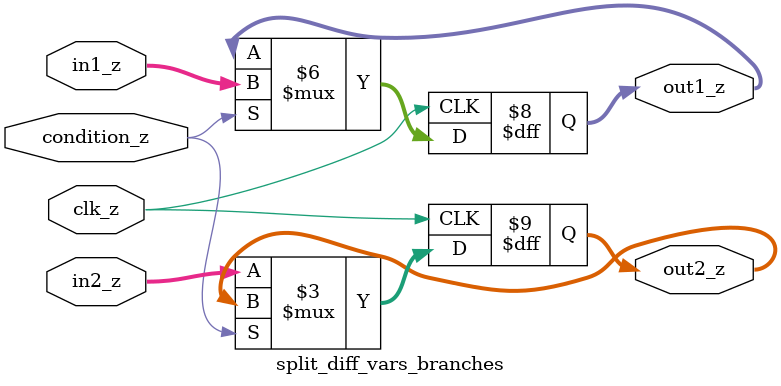
<source format=sv>
module split_diff_vars_branches (
    output logic [7:0] out1_z,
    output logic [7:0] out2_z,
    input logic clk_z,
    input logic condition_z,
    input logic [7:0] in1_z,
    input logic [7:0] in2_z
);
    always @(posedge clk_z) begin
        if (condition_z) begin
            out1_z <= in1_z;
        end else begin
            out2_z <= in2_z;
        end
    end
endmodule


</source>
